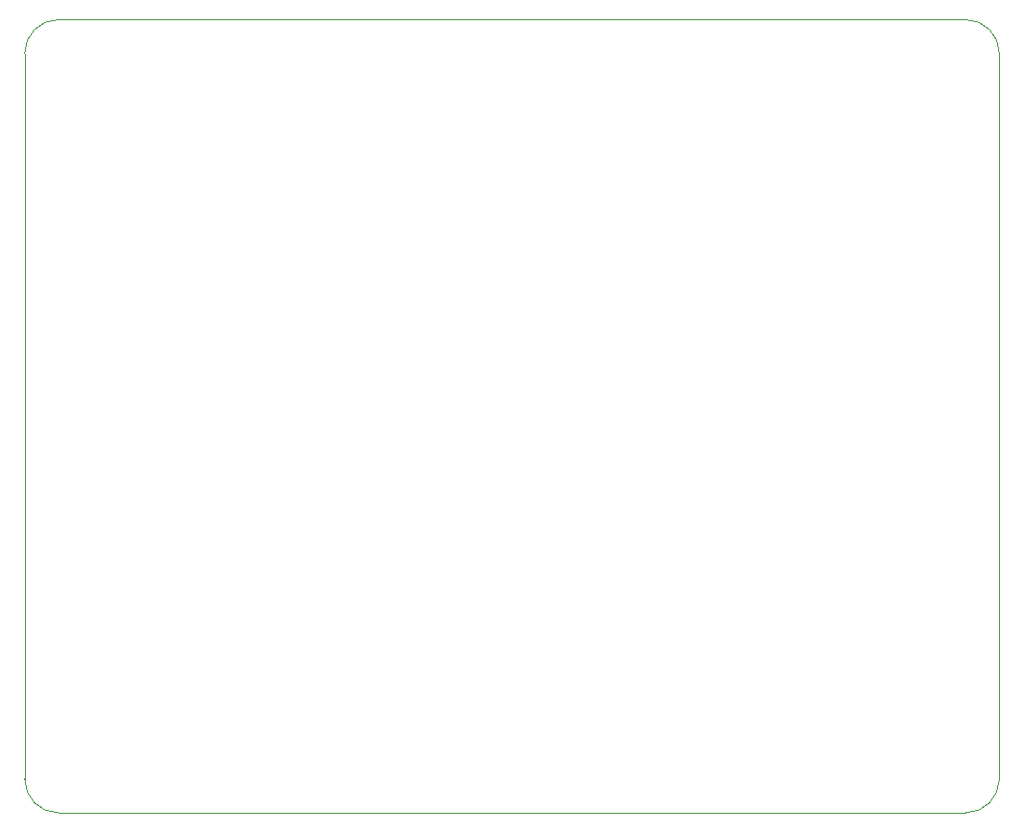
<source format=gm1>
G04 #@! TF.GenerationSoftware,KiCad,Pcbnew,8.0.5*
G04 #@! TF.CreationDate,2024-11-10T14:51:54+09:00*
G04 #@! TF.ProjectId,house_controller_multiplex_breakout_board,686f7573-655f-4636-9f6e-74726f6c6c65,rev?*
G04 #@! TF.SameCoordinates,Original*
G04 #@! TF.FileFunction,Profile,NP*
%FSLAX46Y46*%
G04 Gerber Fmt 4.6, Leading zero omitted, Abs format (unit mm)*
G04 Created by KiCad (PCBNEW 8.0.5) date 2024-11-10 14:51:54*
%MOMM*%
%LPD*%
G01*
G04 APERTURE LIST*
G04 #@! TA.AperFunction,Profile*
%ADD10C,0.038100*%
G04 #@! TD*
G04 APERTURE END LIST*
D10*
X144500000Y-57500000D02*
G75*
G02*
X147500000Y-60500000I0J-3000000D01*
G01*
X147500000Y-60500000D02*
X147500000Y-124500000D01*
X61500000Y-124500000D02*
X61500000Y-60500000D01*
X61500000Y-60500000D02*
G75*
G02*
X64500000Y-57500000I3000000J0D01*
G01*
X147500000Y-124500000D02*
G75*
G02*
X144500000Y-127500000I-3000000J0D01*
G01*
X144500000Y-127500000D02*
X64500000Y-127500000D01*
X64500000Y-57500000D02*
X144500000Y-57500000D01*
X64500000Y-127500000D02*
G75*
G02*
X61500000Y-124500000I0J3000000D01*
G01*
M02*

</source>
